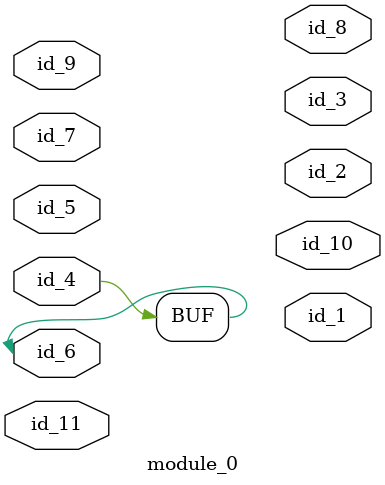
<source format=v>
module module_0 (
    id_1,
    id_2,
    id_3,
    id_4,
    id_5,
    id_6,
    id_7,
    id_8,
    id_9,
    id_10,
    id_11
);
  inout id_11;
  output id_10;
  inout id_9;
  output id_8;
  input id_7;
  inout id_6;
  inout id_5;
  inout id_4;
  output id_3;
  output id_2;
  output id_1;
  assign id_6 = id_4;
endmodule

</source>
